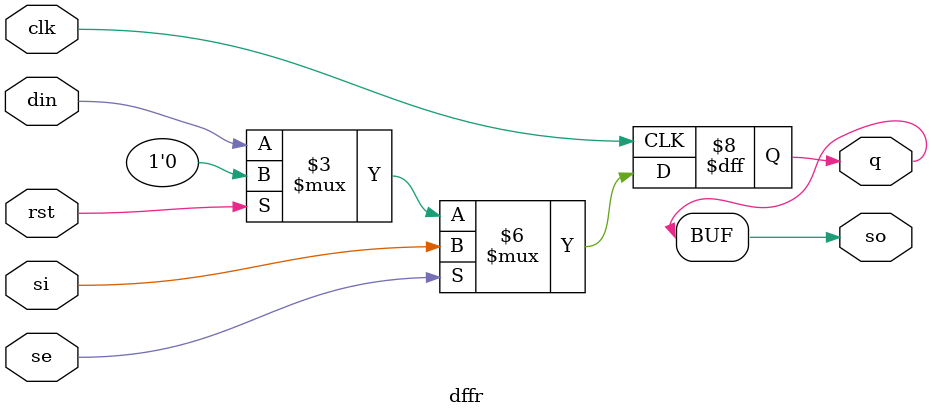
<source format=v>
module dffr (din, clk, rst, q, se, si, so);

parameter SIZE = 1;

input	[SIZE-1:0]	din ;	// data in
input			clk ;	// clk or scan clk
input			rst ;	// reset

output	[SIZE-1:0]	q ;	// output

input			se ;	// scan-enable
input	[SIZE-1:0]	si ;	// scan-input
output	[SIZE-1:0]	so ;	// scan-output

reg 	[SIZE-1:0]	q ;

always @ (posedge clk)
	if (se) begin
		q[SIZE-1:0] <= si[SIZE-1:0];
	end else begin
		if (rst) begin
			q[SIZE-1:0] <= {SIZE{1'b0}};
		end else begin
			q[SIZE-1:0] <= din[SIZE-1:0];
		end
	end

assign so[SIZE-1:0] = q[SIZE-1:0] ;

endmodule
</source>
